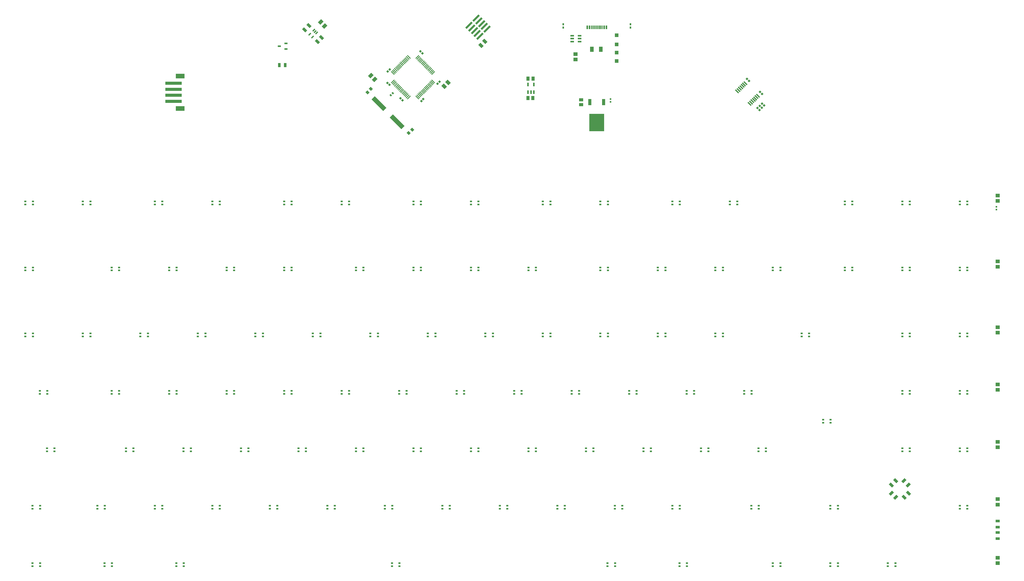
<source format=gbr>
%TF.GenerationSoftware,KiCad,Pcbnew,7.0.8*%
%TF.CreationDate,2024-02-04T22:59:50-06:00*%
%TF.ProjectId,VesselV3,56657373-656c-4563-932e-6b696361645f,3.0*%
%TF.SameCoordinates,Original*%
%TF.FileFunction,Paste,Top*%
%TF.FilePolarity,Positive*%
%FSLAX46Y46*%
G04 Gerber Fmt 4.6, Leading zero omitted, Abs format (unit mm)*
G04 Created by KiCad (PCBNEW 7.0.8) date 2024-02-04 22:59:50*
%MOMM*%
%LPD*%
G01*
G04 APERTURE LIST*
G04 Aperture macros list*
%AMRotRect*
0 Rectangle, with rotation*
0 The origin of the aperture is its center*
0 $1 length*
0 $2 width*
0 $3 Rotation angle, in degrees counterclockwise*
0 Add horizontal line*
21,1,$1,$2,0,0,$3*%
G04 Aperture macros list end*
%ADD10RotRect,0.950000X1.450000X45.000000*%
%ADD11RotRect,1.150000X1.450000X45.000000*%
%ADD12RotRect,0.640000X0.650000X225.000000*%
%ADD13R,0.647700X0.609600*%
%ADD14R,0.950000X1.450000*%
%ADD15RotRect,0.600000X0.620000X315.000000*%
%ADD16R,0.600000X1.250000*%
%ADD17R,0.300000X1.250000*%
%ADD18R,1.470000X1.020000*%
%ADD19R,1.200000X1.200000*%
%ADD20RotRect,0.650000X2.850000X135.000000*%
%ADD21RotRect,0.450000X1.475000X45.000000*%
%ADD22R,1.020000X1.470000*%
%ADD23R,0.620000X0.600000*%
%ADD24R,1.450000X1.150000*%
%ADD25R,1.000000X2.100000*%
%ADD26R,4.900000X5.850000*%
%ADD27R,1.220000X1.200000*%
%ADD28R,1.050000X0.600000*%
%ADD29RotRect,0.950000X1.000000X225.000000*%
%ADD30RotRect,0.300000X1.475000X135.000000*%
%ADD31RotRect,0.300000X1.475000X45.000000*%
%ADD32R,0.600000X0.700000*%
%ADD33R,1.450000X0.950000*%
%ADD34R,0.600000X1.200000*%
%ADD35RotRect,0.950000X1.450000X135.000000*%
%ADD36RotRect,0.640000X0.650000X45.000000*%
%ADD37RotRect,1.150000X1.450000X135.000000*%
%ADD38RotRect,0.400000X1.050000X315.000000*%
%ADD39RotRect,0.600000X0.620000X225.000000*%
%ADD40R,1.200000X0.600000*%
%ADD41RotRect,1.000000X1.450000X225.000000*%
%ADD42RotRect,0.600000X0.620000X45.000000*%
%ADD43RotRect,1.500000X5.500000X45.000000*%
%ADD44RotRect,0.600000X0.620000X135.000000*%
%ADD45R,1.160000X1.820000*%
%ADD46RotRect,0.510000X0.600000X45.000000*%
%ADD47R,5.500000X1.000000*%
%ADD48R,3.000000X1.600000*%
G04 APERTURE END LIST*
D10*
%TO.C,R12*%
X343136793Y-185928007D03*
X344551007Y-184513793D03*
%TD*%
D11*
%TO.C,C29*%
X195015804Y-53663396D03*
X196288596Y-52390604D03*
%TD*%
D12*
%TO.C,C41*%
X299443998Y-61518498D03*
X298807602Y-60882102D03*
%TD*%
D13*
%TO.C,LED97*%
X177673050Y-211868701D03*
X177673050Y-212868699D03*
X180149550Y-212868699D03*
X180149550Y-211868701D03*
%TD*%
D10*
%TO.C,R19*%
X148772793Y-34961707D03*
X150187007Y-33547493D03*
%TD*%
D14*
%TO.C,R16*%
X140329000Y-46615000D03*
X142329000Y-46615000D03*
%TD*%
D10*
%TO.C,R14*%
X347382693Y-190009207D03*
X348796907Y-188594993D03*
%TD*%
D13*
%TO.C,LED83*%
X139668250Y-193818699D03*
X139668250Y-192818701D03*
X137191750Y-192818701D03*
X137191750Y-193818699D03*
%TD*%
D15*
%TO.C,C39*%
X299650931Y-55540531D03*
X300301469Y-56191069D03*
%TD*%
D16*
%TO.C,USB-C1*%
X248780000Y-34158000D03*
X247980000Y-34158000D03*
D17*
X246830000Y-34158000D03*
X245830000Y-34158000D03*
X245330000Y-34158000D03*
X244330000Y-34158000D03*
D16*
X243180000Y-34158000D03*
X242380000Y-34158000D03*
D17*
X243830000Y-34158000D03*
X244830000Y-34158000D03*
X246330000Y-34158000D03*
X247330000Y-34158000D03*
%TD*%
D13*
%TO.C,LED21*%
X168243250Y-114761199D03*
X168243250Y-113761201D03*
X165766750Y-113761201D03*
X165766750Y-114761199D03*
%TD*%
%TO.C,LED37*%
X151479250Y-135668701D03*
X151479250Y-136668699D03*
X153955750Y-136668699D03*
X153955750Y-135668701D03*
%TD*%
%TO.C,LED64*%
X63373050Y-173768701D03*
X63373050Y-174768699D03*
X65849550Y-174768699D03*
X65849550Y-173768701D03*
%TD*%
%TO.C,LED6*%
X161004250Y-91853701D03*
X161004250Y-92853699D03*
X163480750Y-92853699D03*
X163480750Y-91853701D03*
%TD*%
D18*
%TO.C,C33*%
X240393000Y-58140600D03*
X240393000Y-59760600D03*
%TD*%
D13*
%TO.C,LED53*%
X163480750Y-155718699D03*
X163480750Y-154718701D03*
X161004250Y-154718701D03*
X161004250Y-155718699D03*
%TD*%
%TO.C,LED70*%
X184816750Y-173768701D03*
X184816750Y-174768699D03*
X187293250Y-174768699D03*
X187293250Y-173768701D03*
%TD*%
%TO.C,LED27*%
X287305750Y-114761199D03*
X287305750Y-113761201D03*
X284829250Y-113761201D03*
X284829250Y-114761199D03*
%TD*%
%TO.C,LED57*%
X239680750Y-155718699D03*
X239680750Y-154718701D03*
X237204250Y-154718701D03*
X237204250Y-155718699D03*
%TD*%
%TO.C,LED85*%
X177768250Y-193818699D03*
X177768250Y-192818701D03*
X175291750Y-192818701D03*
X175291750Y-193818699D03*
%TD*%
D19*
%TO.C,Schottky/ReversPolProtec1*%
X252095000Y-45269000D03*
X252095000Y-42469000D03*
%TD*%
D20*
%TO.C,J1*%
X209187055Y-34689047D03*
X206818247Y-37057855D03*
X208289029Y-33791022D03*
X205920222Y-36159829D03*
X207391004Y-32892996D03*
X205022196Y-35261804D03*
X206492978Y-31994971D03*
X204124171Y-34363778D03*
X205594953Y-31096945D03*
X203226145Y-33465753D03*
%TD*%
D21*
%TO.C,(BidirectionalLogicLevelShifter)IC4*%
X294784879Y-52632162D03*
X294325259Y-53091781D03*
X293865640Y-53551401D03*
X293406020Y-54011020D03*
X292946401Y-54470640D03*
X292486781Y-54930259D03*
X292027162Y-55389879D03*
X296182121Y-59544838D03*
X296641741Y-59085219D03*
X297101360Y-58625599D03*
X297560980Y-58165980D03*
X298020599Y-57706360D03*
X298480219Y-57246741D03*
X298939838Y-56787121D03*
%TD*%
D22*
%TO.C,C4*%
X222769000Y-57575000D03*
X224389000Y-57575000D03*
%TD*%
D13*
%TO.C,LED54*%
X182530750Y-155718699D03*
X182530750Y-154718701D03*
X180054250Y-154718701D03*
X180054250Y-155718699D03*
%TD*%
%TO.C,LED87*%
X215868250Y-193818699D03*
X215868250Y-192818701D03*
X213391750Y-192818701D03*
X213391750Y-193818699D03*
%TD*%
D23*
%TO.C,C32*%
X250063000Y-57949000D03*
X250063000Y-58869000D03*
%TD*%
D13*
%TO.C,LED20*%
X144430750Y-114761199D03*
X144430750Y-113761201D03*
X141954250Y-113761201D03*
X141954250Y-114761199D03*
%TD*%
%TO.C,LED71*%
X203866750Y-173768701D03*
X203866750Y-174768699D03*
X206343250Y-174768699D03*
X206343250Y-173768701D03*
%TD*%
%TO.C,LED101*%
X322929250Y-211868701D03*
X322929250Y-212868699D03*
X325405750Y-212868699D03*
X325405750Y-211868701D03*
%TD*%
%TO.C,LED89*%
X253968250Y-193818699D03*
X253968250Y-192818701D03*
X251491750Y-192818701D03*
X251491750Y-193818699D03*
%TD*%
%TO.C,LED98*%
X249110550Y-211868701D03*
X249110550Y-212868699D03*
X251587050Y-212868699D03*
X251587050Y-211868701D03*
%TD*%
D10*
%TO.C,R18*%
X152963793Y-38898707D03*
X154378007Y-37484493D03*
%TD*%
D13*
%TO.C,LED31*%
X368268250Y-114761199D03*
X368268250Y-113761201D03*
X365791750Y-113761201D03*
X365791750Y-114761199D03*
%TD*%
%TO.C,LED56*%
X220630750Y-155718699D03*
X220630750Y-154718701D03*
X218154250Y-154718701D03*
X218154250Y-155718699D03*
%TD*%
D24*
%TO.C,C13*%
X378333000Y-173377000D03*
X378333000Y-171577000D03*
%TD*%
D13*
%TO.C,LED99*%
X272923050Y-211868701D03*
X272923050Y-212868699D03*
X275399550Y-212868699D03*
X275399550Y-211868701D03*
%TD*%
D24*
%TO.C,C9*%
X378333000Y-91694000D03*
X378333000Y-89894000D03*
%TD*%
%TO.C,C11*%
X378333000Y-135382000D03*
X378333000Y-133582000D03*
%TD*%
D13*
%TO.C,LED61*%
X323024550Y-165243699D03*
X323024550Y-164243701D03*
X320548050Y-164243701D03*
X320548050Y-165243699D03*
%TD*%
D15*
%TO.C,C28*%
X187131431Y-42090431D03*
X187781969Y-42740969D03*
%TD*%
D13*
%TO.C,LED13*%
X327691750Y-91853701D03*
X327691750Y-92853699D03*
X330168250Y-92853699D03*
X330168250Y-91853701D03*
%TD*%
%TO.C,LED81*%
X101568250Y-193818699D03*
X101568250Y-192818701D03*
X99091750Y-192818701D03*
X99091750Y-193818699D03*
%TD*%
%TO.C,LED18*%
X106330750Y-114761199D03*
X106330750Y-113761201D03*
X103854250Y-113761201D03*
X103854250Y-114761199D03*
%TD*%
D25*
%TO.C,(LF50ABDT-TR)-IC3*%
X247771000Y-58896000D03*
X243211000Y-58896000D03*
D26*
X245491000Y-65696000D03*
%TD*%
D22*
%TO.C,C5*%
X222779000Y-51145000D03*
X224399000Y-51145000D03*
%TD*%
D13*
%TO.C,LED80*%
X82518250Y-193818699D03*
X82518250Y-192818701D03*
X80041750Y-192818701D03*
X80041750Y-193818699D03*
%TD*%
%TO.C,LED15*%
X365791750Y-91853701D03*
X365791750Y-92853699D03*
X368268250Y-92853699D03*
X368268250Y-91853701D03*
%TD*%
%TO.C,LED52*%
X144430750Y-155718699D03*
X144430750Y-154718701D03*
X141954250Y-154718701D03*
X141954250Y-155718699D03*
%TD*%
%TO.C,LED84*%
X158718250Y-193818699D03*
X158718250Y-192818701D03*
X156241750Y-192818701D03*
X156241750Y-193818699D03*
%TD*%
D27*
%TO.C,TVSDiode/ESDSuppr1*%
X252095000Y-39803000D03*
X252095000Y-36703000D03*
%TD*%
D13*
%TO.C,LED55*%
X201580750Y-155718699D03*
X201580750Y-154718701D03*
X199104250Y-154718701D03*
X199104250Y-155718699D03*
%TD*%
%TO.C,LED41*%
X227679250Y-135668701D03*
X227679250Y-136668699D03*
X230155750Y-136668699D03*
X230155750Y-135668701D03*
%TD*%
D28*
%TO.C,Q1*%
X142579000Y-41315000D03*
X142579000Y-39415000D03*
X140379000Y-40365000D03*
%TD*%
D29*
%TO.C,C1*%
X170718485Y-54538415D03*
X169587115Y-55669785D03*
%TD*%
D24*
%TO.C,C18*%
X238506000Y-43002200D03*
X238506000Y-44802200D03*
%TD*%
D30*
%TO.C,MCU1*%
X177948971Y-52078728D03*
X178302524Y-52432282D03*
X178656078Y-52785835D03*
X179009631Y-53139388D03*
X179363184Y-53492942D03*
X179716738Y-53846495D03*
X180070291Y-54200049D03*
X180423845Y-54553602D03*
X180777398Y-54907155D03*
X181130951Y-55260709D03*
X181484505Y-55614262D03*
X181838058Y-55967816D03*
X182191612Y-56321369D03*
X182545165Y-56674922D03*
X182898718Y-57028476D03*
X183252272Y-57382029D03*
D31*
X186063728Y-57382029D03*
X186417282Y-57028476D03*
X186770835Y-56674922D03*
X187124388Y-56321369D03*
X187477942Y-55967816D03*
X187831495Y-55614262D03*
X188185049Y-55260709D03*
X188538602Y-54907155D03*
X188892155Y-54553602D03*
X189245709Y-54200049D03*
X189599262Y-53846495D03*
X189952816Y-53492942D03*
X190306369Y-53139388D03*
X190659922Y-52785835D03*
X191013476Y-52432282D03*
X191367029Y-52078728D03*
D30*
X191367029Y-49267272D03*
X191013476Y-48913718D03*
X190659922Y-48560165D03*
X190306369Y-48206612D03*
X189952816Y-47853058D03*
X189599262Y-47499505D03*
X189245709Y-47145951D03*
X188892155Y-46792398D03*
X188538602Y-46438845D03*
X188185049Y-46085291D03*
X187831495Y-45731738D03*
X187477942Y-45378184D03*
X187124388Y-45024631D03*
X186770835Y-44671078D03*
X186417282Y-44317524D03*
X186063728Y-43963971D03*
D31*
X183252272Y-43963971D03*
X182898718Y-44317524D03*
X182545165Y-44671078D03*
X182191612Y-45024631D03*
X181838058Y-45378184D03*
X181484505Y-45731738D03*
X181130951Y-46085291D03*
X180777398Y-46438845D03*
X180423845Y-46792398D03*
X180070291Y-47145951D03*
X179716738Y-47499505D03*
X179363184Y-47853058D03*
X179009631Y-48206612D03*
X178656078Y-48560165D03*
X178302524Y-48913718D03*
X177948971Y-49267272D03*
%TD*%
D23*
%TO.C,C42*%
X377909000Y-94575000D03*
X377909000Y-93655000D03*
%TD*%
D13*
%TO.C,LED2*%
X75279250Y-91853701D03*
X75279250Y-92853699D03*
X77755750Y-92853699D03*
X77755750Y-91853701D03*
%TD*%
D32*
%TO.C,R15*%
X256667000Y-34163000D03*
X256667000Y-33063000D03*
%TD*%
D13*
%TO.C,LED78*%
X365791750Y-173768701D03*
X365791750Y-174768699D03*
X368268250Y-174768699D03*
X368268250Y-173768701D03*
%TD*%
D24*
%TO.C,C10*%
X378333000Y-113560000D03*
X378333000Y-111760000D03*
%TD*%
D13*
%TO.C,LED92*%
X325405750Y-193818699D03*
X325405750Y-192818701D03*
X322929250Y-192818701D03*
X322929250Y-193818699D03*
%TD*%
D29*
%TO.C,C2*%
X184376785Y-68058115D03*
X183245415Y-69189485D03*
%TD*%
D13*
%TO.C,LED33*%
X75279250Y-135668701D03*
X75279250Y-136668699D03*
X77755750Y-136668699D03*
X77755750Y-135668701D03*
%TD*%
%TO.C,LED69*%
X165766750Y-173768701D03*
X165766750Y-174768699D03*
X168243250Y-174768699D03*
X168243250Y-173768701D03*
%TD*%
%TO.C,LED65*%
X89566750Y-173768701D03*
X89566750Y-174768699D03*
X92043250Y-174768699D03*
X92043250Y-173768701D03*
%TD*%
%TO.C,LED48*%
X63468250Y-155718699D03*
X63468250Y-154718701D03*
X60991750Y-154718701D03*
X60991750Y-155718699D03*
%TD*%
%TO.C,LED3*%
X99091750Y-91853701D03*
X99091750Y-92853699D03*
X101568250Y-92853699D03*
X101568250Y-91853701D03*
%TD*%
%TO.C,LED93*%
X368268250Y-193818699D03*
X368268250Y-192818701D03*
X365791750Y-192818701D03*
X365791750Y-193818699D03*
%TD*%
%TO.C,LED86*%
X196818250Y-193818699D03*
X196818250Y-192818701D03*
X194341750Y-192818701D03*
X194341750Y-193818699D03*
%TD*%
%TO.C,LED68*%
X146716750Y-173768701D03*
X146716750Y-174768699D03*
X149193250Y-174768699D03*
X149193250Y-173768701D03*
%TD*%
D33*
%TO.C,R21*%
X378333000Y-199882000D03*
X378333000Y-197882000D03*
%TD*%
D13*
%TO.C,LED73*%
X241966750Y-173768701D03*
X241966750Y-174768699D03*
X244443250Y-174768699D03*
X244443250Y-173768701D03*
%TD*%
%TO.C,LED51*%
X125380750Y-155718699D03*
X125380750Y-154718701D03*
X122904250Y-154718701D03*
X122904250Y-155718699D03*
%TD*%
D34*
%TO.C,(LDORegulator)IC1*%
X222779000Y-55625000D03*
X223729000Y-55625000D03*
X224679000Y-55625000D03*
X224679000Y-53125000D03*
X222779000Y-53125000D03*
%TD*%
D13*
%TO.C,LED102*%
X341979250Y-211868701D03*
X341979250Y-212868699D03*
X344455750Y-212868699D03*
X344455750Y-211868701D03*
%TD*%
D35*
%TO.C,R13*%
X348742007Y-185928007D03*
X347327793Y-184513793D03*
%TD*%
D36*
%TO.C,C37*%
X300331602Y-59427102D03*
X300967998Y-60063498D03*
%TD*%
D13*
%TO.C,LED60*%
X296830750Y-155718699D03*
X296830750Y-154718701D03*
X294354250Y-154718701D03*
X294354250Y-155718699D03*
%TD*%
%TO.C,LED26*%
X268255750Y-114761199D03*
X268255750Y-113761201D03*
X265779250Y-113761201D03*
X265779250Y-114761199D03*
%TD*%
%TO.C,LED100*%
X303879250Y-211868701D03*
X303879250Y-212868699D03*
X306355750Y-212868699D03*
X306355750Y-211868701D03*
%TD*%
%TO.C,LED77*%
X346741750Y-173768701D03*
X346741750Y-174768699D03*
X349218250Y-174768699D03*
X349218250Y-173768701D03*
%TD*%
%TO.C,LED5*%
X141954250Y-91853701D03*
X141954250Y-92853699D03*
X144430750Y-92853699D03*
X144430750Y-91853701D03*
%TD*%
%TO.C,LED58*%
X258730750Y-155718699D03*
X258730750Y-154718701D03*
X256254250Y-154718701D03*
X256254250Y-155718699D03*
%TD*%
%TO.C,LED91*%
X299212050Y-193818699D03*
X299212050Y-192818701D03*
X296735550Y-192818701D03*
X296735550Y-193818699D03*
%TD*%
%TO.C,LED88*%
X234918250Y-193818699D03*
X234918250Y-192818701D03*
X232441750Y-192818701D03*
X232441750Y-193818699D03*
%TD*%
D37*
%TO.C,C8*%
X155321000Y-33655000D03*
X154048208Y-32382208D03*
%TD*%
D13*
%TO.C,LED7*%
X184816750Y-91853701D03*
X184816750Y-92853699D03*
X187293250Y-92853699D03*
X187293250Y-91853701D03*
%TD*%
%TO.C,LED16*%
X58705750Y-114761199D03*
X58705750Y-113761201D03*
X56229250Y-113761201D03*
X56229250Y-114761199D03*
%TD*%
%TO.C,LED1*%
X56229250Y-91853701D03*
X56229250Y-92853699D03*
X58705750Y-92853699D03*
X58705750Y-91853701D03*
%TD*%
%TO.C,LED40*%
X208629250Y-135668701D03*
X208629250Y-136668699D03*
X211105750Y-136668699D03*
X211105750Y-135668701D03*
%TD*%
%TO.C,LED39*%
X189579250Y-135668701D03*
X189579250Y-136668699D03*
X192055750Y-136668699D03*
X192055750Y-135668701D03*
%TD*%
%TO.C,LED67*%
X127666750Y-173768701D03*
X127666750Y-174768699D03*
X130143250Y-174768699D03*
X130143250Y-173768701D03*
%TD*%
D38*
%TO.C,(AND_Gate)IC6*%
X152715371Y-36002368D03*
X152255751Y-35542749D03*
X151796132Y-35083129D03*
X150452629Y-36426632D03*
X151371868Y-37345871D03*
%TD*%
D13*
%TO.C,LED10*%
X246729250Y-91853701D03*
X246729250Y-92853699D03*
X249205750Y-92853699D03*
X249205750Y-91853701D03*
%TD*%
%TO.C,LED28*%
X306355750Y-114761199D03*
X306355750Y-113761201D03*
X303879250Y-113761201D03*
X303879250Y-114761199D03*
%TD*%
%TO.C,LED14*%
X346741750Y-91853701D03*
X346741750Y-92853699D03*
X349218250Y-92853699D03*
X349218250Y-91853701D03*
%TD*%
%TO.C,LED95*%
X82423050Y-211868701D03*
X82423050Y-212868699D03*
X84899550Y-212868699D03*
X84899550Y-211868701D03*
%TD*%
%TO.C,LED47*%
X365791750Y-135668701D03*
X365791750Y-136668699D03*
X368268250Y-136668699D03*
X368268250Y-135668701D03*
%TD*%
%TO.C,LED90*%
X273018250Y-193818699D03*
X273018250Y-192818701D03*
X270541750Y-192818701D03*
X270541750Y-193818699D03*
%TD*%
%TO.C,LED82*%
X120618250Y-193818699D03*
X120618250Y-192818701D03*
X118141750Y-192818701D03*
X118141750Y-193818699D03*
%TD*%
D39*
%TO.C,C27*%
X193425669Y-52179131D03*
X192775131Y-52829669D03*
%TD*%
D13*
%TO.C,LED63*%
X368268250Y-155718699D03*
X368268250Y-154718701D03*
X365791750Y-154718701D03*
X365791750Y-155718699D03*
%TD*%
%TO.C,LED94*%
X58610550Y-211868701D03*
X58610550Y-212868699D03*
X61087050Y-212868699D03*
X61087050Y-211868701D03*
%TD*%
%TO.C,LED49*%
X87280750Y-155718699D03*
X87280750Y-154718701D03*
X84804250Y-154718701D03*
X84804250Y-155718699D03*
%TD*%
D36*
%TO.C,C36*%
X299569602Y-60189102D03*
X300205998Y-60825498D03*
%TD*%
D24*
%TO.C,C12*%
X378333000Y-154327000D03*
X378333000Y-152527000D03*
%TD*%
D32*
%TO.C,R1*%
X234442000Y-34163000D03*
X234442000Y-33063000D03*
%TD*%
D13*
%TO.C,LED24*%
X225393250Y-114761199D03*
X225393250Y-113761201D03*
X222916750Y-113761201D03*
X222916750Y-114761199D03*
%TD*%
%TO.C,LED50*%
X106330750Y-155718699D03*
X106330750Y-154718701D03*
X103854250Y-154718701D03*
X103854250Y-155718699D03*
%TD*%
%TO.C,LED43*%
X265779250Y-135668701D03*
X265779250Y-136668699D03*
X268255750Y-136668699D03*
X268255750Y-135668701D03*
%TD*%
D39*
%TO.C,C31*%
X188056669Y-57942331D03*
X187406131Y-58592869D03*
%TD*%
D13*
%TO.C,LED42*%
X246729250Y-135668701D03*
X246729250Y-136668699D03*
X249205750Y-136668699D03*
X249205750Y-135668701D03*
%TD*%
D24*
%TO.C,C15*%
X378333000Y-211836000D03*
X378333000Y-210036000D03*
%TD*%
D40*
%TO.C,D103*%
X239863000Y-38836600D03*
X239863000Y-37886600D03*
X239863000Y-36936600D03*
X237363000Y-36936600D03*
X237363000Y-37886600D03*
X237363000Y-38836600D03*
%TD*%
D13*
%TO.C,LED96*%
X106235550Y-211868701D03*
X106235550Y-212868699D03*
X108712050Y-212868699D03*
X108712050Y-211868701D03*
%TD*%
%TO.C,LED34*%
X94329250Y-135668701D03*
X94329250Y-136668699D03*
X96805750Y-136668699D03*
X96805750Y-135668701D03*
%TD*%
%TO.C,LED79*%
X61087050Y-193818699D03*
X61087050Y-192818701D03*
X58610550Y-192818701D03*
X58610550Y-193818699D03*
%TD*%
%TO.C,LED4*%
X118141750Y-91853701D03*
X118141750Y-92853699D03*
X120618250Y-92853699D03*
X120618250Y-91853701D03*
%TD*%
%TO.C,LED75*%
X280066750Y-173768701D03*
X280066750Y-174768699D03*
X282543250Y-174768699D03*
X282543250Y-173768701D03*
%TD*%
%TO.C,LED59*%
X277780750Y-155718699D03*
X277780750Y-154718701D03*
X275304250Y-154718701D03*
X275304250Y-155718699D03*
%TD*%
%TO.C,LED66*%
X108616750Y-173768701D03*
X108616750Y-174768699D03*
X111093250Y-174768699D03*
X111093250Y-173768701D03*
%TD*%
%TO.C,LED12*%
X289591750Y-91853701D03*
X289591750Y-92853699D03*
X292068250Y-92853699D03*
X292068250Y-91853701D03*
%TD*%
D37*
%TO.C,C3*%
X171921792Y-51387792D03*
X170649000Y-50115000D03*
%TD*%
D13*
%TO.C,LED22*%
X187293250Y-114761199D03*
X187293250Y-113761201D03*
X184816750Y-113761201D03*
X184816750Y-114761199D03*
%TD*%
%TO.C,LED35*%
X113379250Y-135668701D03*
X113379250Y-136668699D03*
X115855750Y-136668699D03*
X115855750Y-135668701D03*
%TD*%
D35*
%TO.C,R4*%
X344551007Y-190009207D03*
X343136793Y-188594993D03*
%TD*%
D13*
%TO.C,LED19*%
X125380750Y-114761199D03*
X125380750Y-113761201D03*
X122904250Y-113761201D03*
X122904250Y-114761199D03*
%TD*%
%TO.C,LED29*%
X330168250Y-114761199D03*
X330168250Y-113761201D03*
X327691750Y-113761201D03*
X327691750Y-114761199D03*
%TD*%
D33*
%TO.C,R22*%
X378333000Y-203692000D03*
X378333000Y-201692000D03*
%TD*%
D13*
%TO.C,LED62*%
X349218250Y-155718699D03*
X349218250Y-154718701D03*
X346741750Y-154718701D03*
X346741750Y-155718699D03*
%TD*%
D41*
%TO.C,R11*%
X208480351Y-38803049D03*
X207136849Y-40146551D03*
%TD*%
D13*
%TO.C,LED45*%
X313404250Y-135668701D03*
X313404250Y-136668699D03*
X315880750Y-136668699D03*
X315880750Y-135668701D03*
%TD*%
D24*
%TO.C,C14*%
X378333000Y-192416000D03*
X378333000Y-190616000D03*
%TD*%
D13*
%TO.C,LED74*%
X261016750Y-173768701D03*
X261016750Y-174768699D03*
X263493250Y-174768699D03*
X263493250Y-173768701D03*
%TD*%
D42*
%TO.C,C26*%
X176265131Y-48765669D03*
X176915669Y-48115131D03*
%TD*%
D13*
%TO.C,LED25*%
X249205750Y-114761199D03*
X249205750Y-113761201D03*
X246729250Y-113761201D03*
X246729250Y-114761199D03*
%TD*%
%TO.C,LED9*%
X227679250Y-91853701D03*
X227679250Y-92853699D03*
X230155750Y-92853699D03*
X230155750Y-91853701D03*
%TD*%
%TO.C,LED30*%
X349218250Y-114761199D03*
X349218250Y-113761201D03*
X346741750Y-113761201D03*
X346741750Y-114761199D03*
%TD*%
%TO.C,LED46*%
X346741750Y-135668701D03*
X346741750Y-136668699D03*
X349218250Y-136668699D03*
X349218250Y-135668701D03*
%TD*%
D43*
%TO.C,Y1*%
X173386096Y-59477296D03*
X179396504Y-65487704D03*
%TD*%
D13*
%TO.C,LED44*%
X284829250Y-135668701D03*
X284829250Y-136668699D03*
X287305750Y-136668699D03*
X287305750Y-135668701D03*
%TD*%
D44*
%TO.C,C38*%
X295983469Y-51873069D03*
X295332931Y-51222531D03*
%TD*%
%TO.C,C30*%
X181162369Y-58346369D03*
X180511831Y-57695831D03*
%TD*%
D13*
%TO.C,LED23*%
X206343250Y-114761199D03*
X206343250Y-113761201D03*
X203866750Y-113761201D03*
X203866750Y-114761199D03*
%TD*%
D45*
%TO.C,Polyfuse1*%
X243938000Y-41402000D03*
X246888000Y-41402000D03*
%TD*%
D13*
%TO.C,LED36*%
X132429250Y-135668701D03*
X132429250Y-136668699D03*
X134905750Y-136668699D03*
X134905750Y-135668701D03*
%TD*%
D44*
%TO.C,C25*%
X176834800Y-53187600D03*
X176184262Y-52537062D03*
%TD*%
D13*
%TO.C,LED32*%
X56229250Y-135668701D03*
X56229250Y-136668699D03*
X58705750Y-136668699D03*
X58705750Y-135668701D03*
%TD*%
D46*
%TO.C,R10*%
X177277595Y-56643205D03*
X177935205Y-55985595D03*
%TD*%
D13*
%TO.C,LED17*%
X87280750Y-114761199D03*
X87280750Y-113761201D03*
X84804250Y-113761201D03*
X84804250Y-114761199D03*
%TD*%
%TO.C,LED38*%
X170529250Y-135668701D03*
X170529250Y-136668699D03*
X173005750Y-136668699D03*
X173005750Y-135668701D03*
%TD*%
%TO.C,LED72*%
X222916750Y-173768701D03*
X222916750Y-174768699D03*
X225393250Y-174768699D03*
X225393250Y-173768701D03*
%TD*%
%TO.C,LED11*%
X270541750Y-91853701D03*
X270541750Y-92853699D03*
X273018250Y-92853699D03*
X273018250Y-91853701D03*
%TD*%
%TO.C,LED8*%
X203866750Y-91853701D03*
X203866750Y-92853699D03*
X206343250Y-92853699D03*
X206343250Y-91853701D03*
%TD*%
D47*
%TO.C,JSTPH4-PIN1*%
X105283000Y-52674000D03*
X105283000Y-54674000D03*
X105283000Y-56674000D03*
X105283000Y-58674000D03*
D48*
X107533000Y-50274000D03*
X107533000Y-61074000D03*
%TD*%
D13*
%TO.C,LED76*%
X299116750Y-173768701D03*
X299116750Y-174768699D03*
X301593250Y-174768699D03*
X301593250Y-173768701D03*
%TD*%
M02*

</source>
